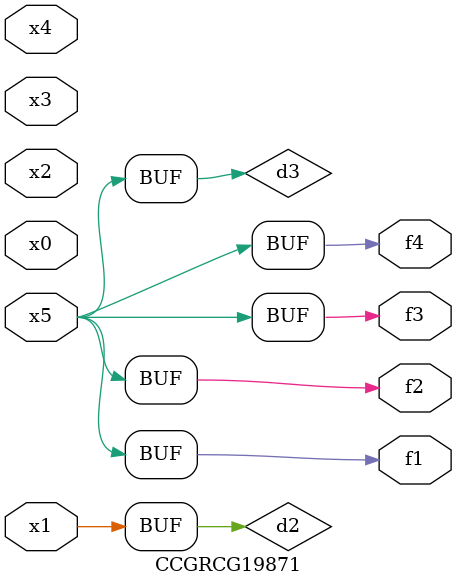
<source format=v>
module CCGRCG19871(
	input x0, x1, x2, x3, x4, x5,
	output f1, f2, f3, f4
);

	wire d1, d2, d3;

	not (d1, x5);
	or (d2, x1);
	xnor (d3, d1);
	assign f1 = d3;
	assign f2 = d3;
	assign f3 = d3;
	assign f4 = d3;
endmodule

</source>
